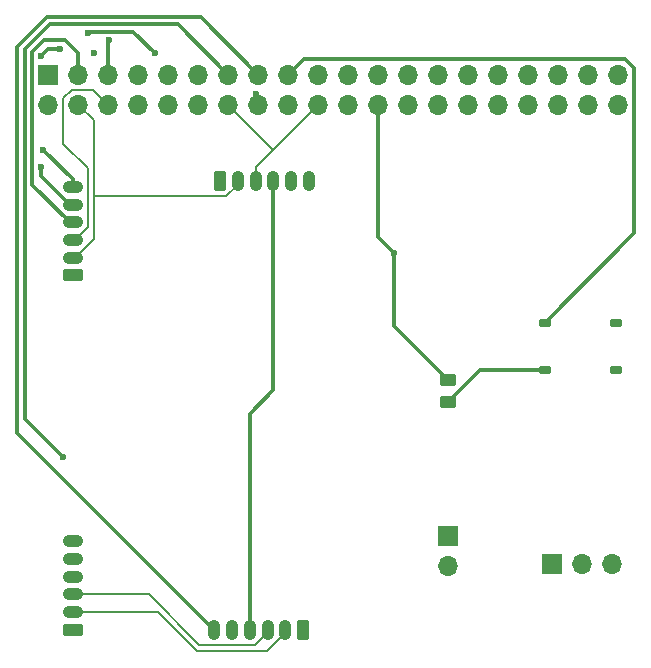
<source format=gbr>
%TF.GenerationSoftware,KiCad,Pcbnew,8.0.1*%
%TF.CreationDate,2024-09-23T21:20:22+09:00*%
%TF.ProjectId,Test2,54657374-322e-46b6-9963-61645f706362,rev?*%
%TF.SameCoordinates,Original*%
%TF.FileFunction,Copper,L1,Top*%
%TF.FilePolarity,Positive*%
%FSLAX46Y46*%
G04 Gerber Fmt 4.6, Leading zero omitted, Abs format (unit mm)*
G04 Created by KiCad (PCBNEW 8.0.1) date 2024-09-23 21:20:22*
%MOMM*%
%LPD*%
G01*
G04 APERTURE LIST*
G04 Aperture macros list*
%AMRoundRect*
0 Rectangle with rounded corners*
0 $1 Rounding radius*
0 $2 $3 $4 $5 $6 $7 $8 $9 X,Y pos of 4 corners*
0 Add a 4 corners polygon primitive as box body*
4,1,4,$2,$3,$4,$5,$6,$7,$8,$9,$2,$3,0*
0 Add four circle primitives for the rounded corners*
1,1,$1+$1,$2,$3*
1,1,$1+$1,$4,$5*
1,1,$1+$1,$6,$7*
1,1,$1+$1,$8,$9*
0 Add four rect primitives between the rounded corners*
20,1,$1+$1,$2,$3,$4,$5,0*
20,1,$1+$1,$4,$5,$6,$7,0*
20,1,$1+$1,$6,$7,$8,$9,0*
20,1,$1+$1,$8,$9,$2,$3,0*%
G04 Aperture macros list end*
%TA.AperFunction,SMDPad,CuDef*%
%ADD10RoundRect,0.250000X0.450000X-0.262500X0.450000X0.262500X-0.450000X0.262500X-0.450000X-0.262500X0*%
%TD*%
%TA.AperFunction,ComponentPad*%
%ADD11R,1.700000X1.700000*%
%TD*%
%TA.AperFunction,ComponentPad*%
%ADD12O,1.700000X1.700000*%
%TD*%
%TA.AperFunction,ComponentPad*%
%ADD13O,1.730000X1.030000*%
%TD*%
%TA.AperFunction,ComponentPad*%
%ADD14RoundRect,0.250000X0.615000X-0.265000X0.615000X0.265000X-0.615000X0.265000X-0.615000X-0.265000X0*%
%TD*%
%TA.AperFunction,SMDPad,CuDef*%
%ADD15RoundRect,0.187500X-0.312500X-0.187500X0.312500X-0.187500X0.312500X0.187500X-0.312500X0.187500X0*%
%TD*%
%TA.AperFunction,ComponentPad*%
%ADD16RoundRect,0.250000X-0.265000X-0.615000X0.265000X-0.615000X0.265000X0.615000X-0.265000X0.615000X0*%
%TD*%
%TA.AperFunction,ComponentPad*%
%ADD17O,1.030000X1.730000*%
%TD*%
%TA.AperFunction,ComponentPad*%
%ADD18RoundRect,0.250000X0.265000X0.615000X-0.265000X0.615000X-0.265000X-0.615000X0.265000X-0.615000X0*%
%TD*%
%TA.AperFunction,ViaPad*%
%ADD19C,0.600000*%
%TD*%
%TA.AperFunction,Conductor*%
%ADD20C,0.200000*%
%TD*%
%TA.AperFunction,Conductor*%
%ADD21C,0.300000*%
%TD*%
G04 APERTURE END LIST*
D10*
%TO.P,R1,1*%
%TO.N,Net-(R1-Pad1)*%
X131800000Y-110712500D03*
%TO.P,R1,2*%
%TO.N,Net-(J1-~{CE0}{slash}GPIO8)*%
X131800000Y-108887500D03*
%TD*%
D11*
%TO.P,Fan1,1,Pin_1*%
%TO.N,Net-(Fan1-Pin_1)*%
X131800000Y-122100000D03*
D12*
%TO.P,Fan1,2,Pin_2*%
%TO.N,Net-(Fan1-Pin_2)*%
X131800000Y-124640000D03*
%TD*%
D13*
%TO.P,J2_GPIO17,6,Pin_6*%
%TO.N,Net-(J1-GPIO17)*%
X100000000Y-92500000D03*
%TO.P,J2_GPIO17,5,Pin_5*%
%TO.N,Net-(J1-SCL{slash}GPIO3)*%
X100000000Y-94000000D03*
%TO.P,J2_GPIO17,4,Pin_4*%
%TO.N,Net-(J1-SDA{slash}GPIO2)*%
X100000000Y-95500000D03*
%TO.P,J2_GPIO17,3,Pin_3*%
%TO.N,Net-(Fan1-Pin_1)*%
X100000000Y-97000000D03*
%TO.P,J2_GPIO17,2,Pin_2*%
%TO.N,Net-(Fan1-Pin_2)*%
X100000000Y-98500000D03*
D14*
%TO.P,J2_GPIO17,1,Pin_1*%
%TO.N,unconnected-(J2_GPIO17-Pin_1-Pad1)*%
X100000000Y-100000000D03*
%TD*%
D15*
%TO.P,SW1_GPIO8,1,1*%
%TO.N,Net-(J1-3V3-Pad1)*%
X140000000Y-104000000D03*
%TO.P,SW1_GPIO8,2*%
%TO.N,N/C*%
X146000000Y-104000000D03*
%TO.P,SW1_GPIO8,3,3*%
%TO.N,Net-(R1-Pad1)*%
X140000000Y-108000000D03*
%TO.P,SW1_GPIO8,4*%
%TO.N,N/C*%
X146000000Y-108000000D03*
%TD*%
D16*
%TO.P,J1_GPIO4,1,Pin_1*%
%TO.N,unconnected-(J1_GPIO4-Pin_1-Pad1)*%
X112500000Y-92000000D03*
D17*
%TO.P,J1_GPIO4,2,Pin_2*%
%TO.N,Net-(Fan1-Pin_2)*%
X114000000Y-92000000D03*
%TO.P,J1_GPIO4,3,Pin_3*%
%TO.N,Net-(Fan1-Pin_1)*%
X115500000Y-92000000D03*
%TO.P,J1_GPIO4,4,Pin_4*%
%TO.N,Net-(J1-SDA{slash}GPIO2)*%
X117000000Y-92000000D03*
%TO.P,J1_GPIO4,5,Pin_5*%
%TO.N,Net-(J1-SCL{slash}GPIO3)*%
X118500000Y-92000000D03*
%TO.P,J1_GPIO4,6,Pin_6*%
%TO.N,Net-(J1-GCLK0{slash}GPIO4)*%
X120000000Y-92000000D03*
%TD*%
D18*
%TO.P,J4_GPIO22,1,Pin_1*%
%TO.N,unconnected-(J4_GPIO22-Pin_1-Pad1)*%
X119500000Y-130000000D03*
D17*
%TO.P,J4_GPIO22,2,Pin_2*%
%TO.N,Net-(Fan1-Pin_2)*%
X118000000Y-130000000D03*
%TO.P,J4_GPIO22,3,Pin_3*%
%TO.N,Net-(Fan1-Pin_1)*%
X116500000Y-130000000D03*
%TO.P,J4_GPIO22,4,Pin_4*%
%TO.N,Net-(J1-SDA{slash}GPIO2)*%
X115000000Y-130000000D03*
%TO.P,J4_GPIO22,5,Pin_5*%
%TO.N,Net-(J1-SCL{slash}GPIO3)*%
X113500000Y-130000000D03*
%TO.P,J4_GPIO22,6,Pin_6*%
%TO.N,Net-(J1-GPIO22)*%
X112000000Y-130000000D03*
%TD*%
D11*
%TO.P,M1_GPIO23,1,PWM*%
%TO.N,Net-(J1-GPIO23)*%
X140560000Y-124400000D03*
D12*
%TO.P,M1_GPIO23,2,+*%
%TO.N,Net-(Fan1-Pin_2)*%
X143100000Y-124400000D03*
%TO.P,M1_GPIO23,3,-*%
%TO.N,Net-(Fan1-Pin_1)*%
X145640000Y-124400000D03*
%TD*%
D11*
%TO.P,J1,1,3V3*%
%TO.N,Net-(J1-3V3-Pad1)*%
X97920000Y-83000000D03*
D12*
%TO.P,J1,2,5V*%
%TO.N,Net-(Fan1-Pin_2)*%
X97920000Y-85540000D03*
%TO.P,J1,3,SDA/GPIO2*%
%TO.N,Net-(J1-SDA{slash}GPIO2)*%
X100460000Y-83000000D03*
%TO.P,J1,4,5V*%
%TO.N,Net-(Fan1-Pin_2)*%
X100460000Y-85540000D03*
%TO.P,J1,5,SCL/GPIO3*%
%TO.N,Net-(J1-SCL{slash}GPIO3)*%
X103000000Y-83000000D03*
%TO.P,J1,6,GND*%
%TO.N,Net-(Fan1-Pin_1)*%
X103000000Y-85540000D03*
%TO.P,J1,7,GCLK0/GPIO4*%
%TO.N,Net-(J1-GCLK0{slash}GPIO4)*%
X105540000Y-83000000D03*
%TO.P,J1,8,GPIO14/TXD*%
%TO.N,unconnected-(J1-GPIO14{slash}TXD-Pad8)*%
X105540000Y-85540000D03*
%TO.P,J1,9,GND*%
%TO.N,Net-(Fan1-Pin_1)*%
X108080000Y-83000000D03*
%TO.P,J1,10,GPIO15/RXD*%
%TO.N,unconnected-(J1-GPIO15{slash}RXD-Pad10)*%
X108080000Y-85540000D03*
%TO.P,J1,11,GPIO17*%
%TO.N,Net-(J1-GPIO17)*%
X110620000Y-83000000D03*
%TO.P,J1,12,GPIO18/PWM0*%
%TO.N,unconnected-(J1-GPIO18{slash}PWM0-Pad12)*%
X110620000Y-85540000D03*
%TO.P,J1,13,GPIO27*%
%TO.N,Net-(J1-GPIO27)*%
X113160000Y-83000000D03*
%TO.P,J1,14,GND*%
%TO.N,Net-(Fan1-Pin_1)*%
X113160000Y-85540000D03*
%TO.P,J1,15,GPIO22*%
%TO.N,Net-(J1-GPIO22)*%
X115700000Y-83000000D03*
%TO.P,J1,16,GPIO23*%
%TO.N,Net-(J1-GPIO23)*%
X115700000Y-85540000D03*
%TO.P,J1,17,3V3*%
%TO.N,Net-(J1-3V3-Pad1)*%
X118240000Y-83000000D03*
%TO.P,J1,18,GPIO24*%
%TO.N,unconnected-(J1-GPIO24-Pad18)*%
X118240000Y-85540000D03*
%TO.P,J1,19,MOSI0/GPIO10*%
%TO.N,unconnected-(J1-MOSI0{slash}GPIO10-Pad19)*%
X120780000Y-83000000D03*
%TO.P,J1,20,GND*%
%TO.N,Net-(Fan1-Pin_1)*%
X120780000Y-85540000D03*
%TO.P,J1,21,MISO0/GPIO9*%
%TO.N,unconnected-(J1-MISO0{slash}GPIO9-Pad21)*%
X123320000Y-83000000D03*
%TO.P,J1,22,GPIO25*%
%TO.N,unconnected-(J1-GPIO25-Pad22)*%
X123320000Y-85540000D03*
%TO.P,J1,23,SCLK0/GPIO11*%
%TO.N,unconnected-(J1-SCLK0{slash}GPIO11-Pad23)*%
X125860000Y-83000000D03*
%TO.P,J1,24,~{CE0}/GPIO8*%
%TO.N,Net-(J1-~{CE0}{slash}GPIO8)*%
X125860000Y-85540000D03*
%TO.P,J1,25,GND*%
%TO.N,Net-(Fan1-Pin_1)*%
X128400000Y-83000000D03*
%TO.P,J1,26,~{CE1}/GPIO7*%
%TO.N,unconnected-(J1-~{CE1}{slash}GPIO7-Pad26)*%
X128400000Y-85540000D03*
%TO.P,J1,27,ID_SD/GPIO0*%
%TO.N,unconnected-(J1-ID_SD{slash}GPIO0-Pad27)*%
X130940000Y-83000000D03*
%TO.P,J1,28,ID_SC/GPIO1*%
%TO.N,unconnected-(J1-ID_SC{slash}GPIO1-Pad28)*%
X130940000Y-85540000D03*
%TO.P,J1,29,GCLK1/GPIO5*%
%TO.N,unconnected-(J1-GCLK1{slash}GPIO5-Pad29)*%
X133480000Y-83000000D03*
%TO.P,J1,30,GND*%
%TO.N,Net-(Fan1-Pin_1)*%
X133480000Y-85540000D03*
%TO.P,J1,31,GCLK2/GPIO6*%
%TO.N,unconnected-(J1-GCLK2{slash}GPIO6-Pad31)*%
X136020000Y-83000000D03*
%TO.P,J1,32,PWM0/GPIO12*%
%TO.N,unconnected-(J1-PWM0{slash}GPIO12-Pad32)*%
X136020000Y-85540000D03*
%TO.P,J1,33,PWM1/GPIO13*%
%TO.N,unconnected-(J1-PWM1{slash}GPIO13-Pad33)*%
X138560000Y-83000000D03*
%TO.P,J1,34,GND*%
%TO.N,Net-(Fan1-Pin_1)*%
X138560000Y-85540000D03*
%TO.P,J1,35,GPIO19/MISO1*%
%TO.N,unconnected-(J1-GPIO19{slash}MISO1-Pad35)*%
X141100000Y-83000000D03*
%TO.P,J1,36,GPIO16*%
%TO.N,unconnected-(J1-GPIO16-Pad36)*%
X141100000Y-85540000D03*
%TO.P,J1,37,GPIO26*%
%TO.N,unconnected-(J1-GPIO26-Pad37)*%
X143640000Y-83000000D03*
%TO.P,J1,38,GPIO20/MOSI1*%
%TO.N,unconnected-(J1-GPIO20{slash}MOSI1-Pad38)*%
X143640000Y-85540000D03*
%TO.P,J1,39,GND*%
%TO.N,Net-(Fan1-Pin_1)*%
X146180000Y-83000000D03*
%TO.P,J1,40,GPIO21/SCLK1*%
%TO.N,unconnected-(J1-GPIO21{slash}SCLK1-Pad40)*%
X146180000Y-85540000D03*
%TD*%
D13*
%TO.P,J3_GPIO27,6,Pin_6*%
%TO.N,Net-(J1-GPIO27)*%
X100000000Y-122500000D03*
%TO.P,J3_GPIO27,5,Pin_5*%
%TO.N,Net-(J1-SCL{slash}GPIO3)*%
X100000000Y-124000000D03*
%TO.P,J3_GPIO27,4,Pin_4*%
%TO.N,Net-(J1-SDA{slash}GPIO2)*%
X100000000Y-125500000D03*
%TO.P,J3_GPIO27,3,Pin_3*%
%TO.N,Net-(Fan1-Pin_1)*%
X100000000Y-127000000D03*
%TO.P,J3_GPIO27,2,Pin_2*%
%TO.N,Net-(Fan1-Pin_2)*%
X100000000Y-128500000D03*
D14*
%TO.P,J3_GPIO27,1,Pin_1*%
%TO.N,unconnected-(J3_GPIO27-Pin_1-Pad1)*%
X100000000Y-130000000D03*
%TD*%
D19*
%TO.N,Net-(J1-GCLK0{slash}GPIO4)*%
X98955100Y-80858600D03*
X101827000Y-81179800D03*
X97332400Y-81421700D03*
%TO.N,Net-(J1-~{CE0}{slash}GPIO8)*%
X127189000Y-98101100D03*
%TO.N,Net-(J1-GPIO27)*%
X99172200Y-115356600D03*
%TO.N,Net-(J1-SCL{slash}GPIO3)*%
X103106100Y-80104700D03*
X97317700Y-90793200D03*
%TO.N,Net-(J1-GPIO23)*%
X115550000Y-84642400D03*
%TO.N,Net-(J1-GPIO17)*%
X106935000Y-81179800D03*
X101313900Y-79500500D03*
X97518100Y-89384500D03*
%TD*%
D20*
%TO.N,Net-(Fan1-Pin_2)*%
X114000000Y-92304000D02*
X114000000Y-92000000D01*
X112992100Y-93311900D02*
X114000000Y-92304000D01*
X101784800Y-93311900D02*
X112992100Y-93311900D01*
X101784800Y-86864800D02*
X101784800Y-93311900D01*
X100460000Y-85540000D02*
X101784800Y-86864800D01*
X100216100Y-98500000D02*
X100000000Y-98500000D01*
X101784800Y-96931300D02*
X100216100Y-98500000D01*
X101784800Y-93311900D02*
X101784800Y-96931300D01*
X118000000Y-130280100D02*
X118000000Y-130000000D01*
X116493500Y-131786600D02*
X118000000Y-130280100D01*
X110490300Y-131786600D02*
X116493500Y-131786600D01*
X107203700Y-128500000D02*
X110490300Y-131786600D01*
X100000000Y-128500000D02*
X107203700Y-128500000D01*
%TO.N,Net-(Fan1-Pin_1)*%
X100171000Y-97000000D02*
X100000000Y-97000000D01*
X101267100Y-95903900D02*
X100171000Y-97000000D01*
X101267100Y-90927200D02*
X101267100Y-95903900D01*
X99190000Y-88850100D02*
X101267100Y-90927200D01*
X99190000Y-84988400D02*
X99190000Y-88850100D01*
X99908400Y-84270000D02*
X99190000Y-84988400D01*
X101730000Y-84270000D02*
X99908400Y-84270000D01*
X103000000Y-85540000D02*
X101730000Y-84270000D01*
X113160000Y-85540000D02*
X116970000Y-89350000D01*
X120780000Y-85540000D02*
X116970000Y-89350000D01*
X115500000Y-90820000D02*
X115500000Y-92000000D01*
X116970000Y-89350000D02*
X115500000Y-90820000D01*
X116500000Y-130199900D02*
X116500000Y-130000000D01*
X115415000Y-131284900D02*
X116500000Y-130199900D01*
X110740300Y-131284900D02*
X115415000Y-131284900D01*
X106455400Y-127000000D02*
X110740300Y-131284900D01*
X100000000Y-127000000D02*
X106455400Y-127000000D01*
D21*
%TO.N,Net-(R1-Pad1)*%
X134512500Y-108000000D02*
X131800000Y-110712500D01*
X140000000Y-108000000D02*
X134512500Y-108000000D01*
%TO.N,Net-(J1-SDA{slash}GPIO2)*%
X115000000Y-111722100D02*
X115000000Y-130000000D01*
X117000000Y-109722100D02*
X115000000Y-111722100D01*
X117000000Y-92000000D02*
X117000000Y-109722100D01*
X99764900Y-95500000D02*
X100000000Y-95500000D01*
X96564400Y-92299500D02*
X99764900Y-95500000D01*
X96564400Y-81091100D02*
X96564400Y-92299500D01*
X97549600Y-80105900D02*
X96564400Y-81091100D01*
X99367000Y-80105900D02*
X97549600Y-80105900D01*
X100460000Y-81198900D02*
X99367000Y-80105900D01*
X100460000Y-83000000D02*
X100460000Y-81198900D01*
%TO.N,Net-(J1-GCLK0{slash}GPIO4)*%
X97895500Y-80858600D02*
X97332400Y-81421700D01*
X98955100Y-80858600D02*
X97895500Y-80858600D01*
%TO.N,Net-(J1-~{CE0}{slash}GPIO8)*%
X125860000Y-96772100D02*
X127189000Y-98101100D01*
X125860000Y-85540000D02*
X125860000Y-96772100D01*
X127189000Y-104276500D02*
X131800000Y-108887500D01*
X127189000Y-98101100D02*
X127189000Y-104276500D01*
%TO.N,Net-(J1-GPIO27)*%
X108908700Y-78748700D02*
X113160000Y-83000000D01*
X98047500Y-78748700D02*
X108908700Y-78748700D01*
X95958000Y-80838200D02*
X98047500Y-78748700D01*
X95958000Y-112142400D02*
X95958000Y-80838200D01*
X99172200Y-115356600D02*
X95958000Y-112142400D01*
%TO.N,Net-(J1-SCL{slash}GPIO3)*%
X103000000Y-80210800D02*
X103106100Y-80104700D01*
X103000000Y-83000000D02*
X103000000Y-80210800D01*
X97317700Y-91567800D02*
X97317700Y-90793200D01*
X99749900Y-94000000D02*
X97317700Y-91567800D01*
X100000000Y-94000000D02*
X99749900Y-94000000D01*
%TO.N,Net-(J1-GPIO23)*%
X115700000Y-84792400D02*
X115700000Y-85540000D01*
X115550000Y-84642400D02*
X115700000Y-84792400D01*
%TO.N,Net-(J1-GPIO22)*%
X95314700Y-113314700D02*
X112000000Y-130000000D01*
X95314700Y-80625000D02*
X95314700Y-113314700D01*
X97792700Y-78147000D02*
X95314700Y-80625000D01*
X110847000Y-78147000D02*
X97792700Y-78147000D01*
X115700000Y-83000000D02*
X110847000Y-78147000D01*
%TO.N,Net-(J1-3V3-Pad1)*%
X147560000Y-96440000D02*
X140000000Y-104000000D01*
X147560000Y-82469200D02*
X147560000Y-96440000D01*
X146780300Y-81689500D02*
X147560000Y-82469200D01*
X119550500Y-81689500D02*
X146780300Y-81689500D01*
X118240000Y-83000000D02*
X119550500Y-81689500D01*
%TO.N,Net-(J1-GPIO17)*%
X100000000Y-91866400D02*
X100000000Y-92500000D01*
X97518100Y-89384500D02*
X100000000Y-91866400D01*
X101463000Y-79351400D02*
X101313900Y-79500500D01*
X105106600Y-79351400D02*
X101463000Y-79351400D01*
X106935000Y-81179800D02*
X105106600Y-79351400D01*
%TD*%
M02*

</source>
